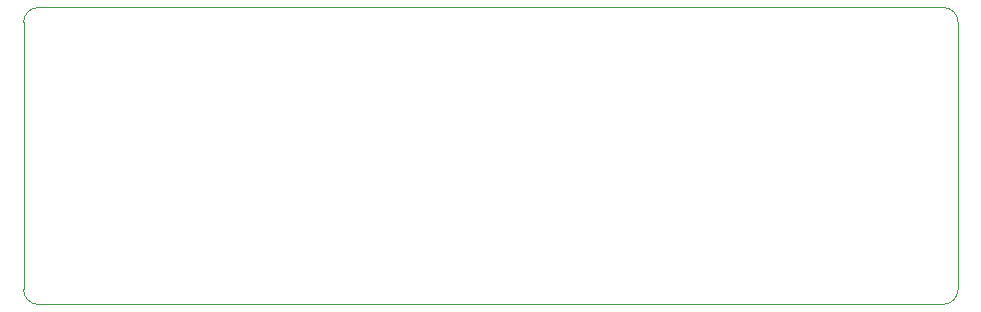
<source format=gm1>
G04 #@! TF.GenerationSoftware,KiCad,Pcbnew,5.1.5*
G04 #@! TF.CreationDate,2019-12-04T09:49:36-05:00*
G04 #@! TF.ProjectId,obd-teensy-oled,6f62642d-7465-4656-9e73-792d6f6c6564,rev?*
G04 #@! TF.SameCoordinates,Original*
G04 #@! TF.FileFunction,Profile,NP*
%FSLAX46Y46*%
G04 Gerber Fmt 4.6, Leading zero omitted, Abs format (unit mm)*
G04 Created by KiCad (PCBNEW 5.1.5) date 2019-12-04 09:49:36*
%MOMM*%
%LPD*%
G04 APERTURE LIST*
%ADD10C,0.025400*%
G04 APERTURE END LIST*
D10*
X116332000Y-107061000D02*
X192913000Y-107061000D01*
X115062000Y-105791000D02*
X115062000Y-83185000D01*
X194183000Y-105791000D02*
X194183000Y-83185000D01*
X116332000Y-81915000D02*
X192913000Y-81915000D01*
X115062000Y-83185000D02*
G75*
G02X116332000Y-81915000I1270000J0D01*
G01*
X116332000Y-107061000D02*
G75*
G02X115062000Y-105791000I0J1270000D01*
G01*
X194183000Y-105791000D02*
G75*
G02X192913000Y-107061000I-1270000J0D01*
G01*
X194183000Y-83185000D02*
G75*
G03X192913000Y-81915000I-1270000J0D01*
G01*
M02*

</source>
